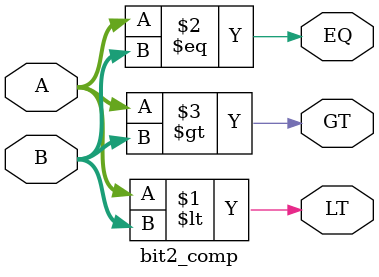
<source format=sv>


`timescale 1ns / 1ps


module bit2_comp(
    input logic [1:0] A,
    input logic [1:0] B,
    output logic LT,
    output logic EQ,
    output logic  GT
    );
    
    assign LT = (A < B);
    assign EQ = (A == B);
    assign GT = (A > B);
    
    
endmodule

</source>
